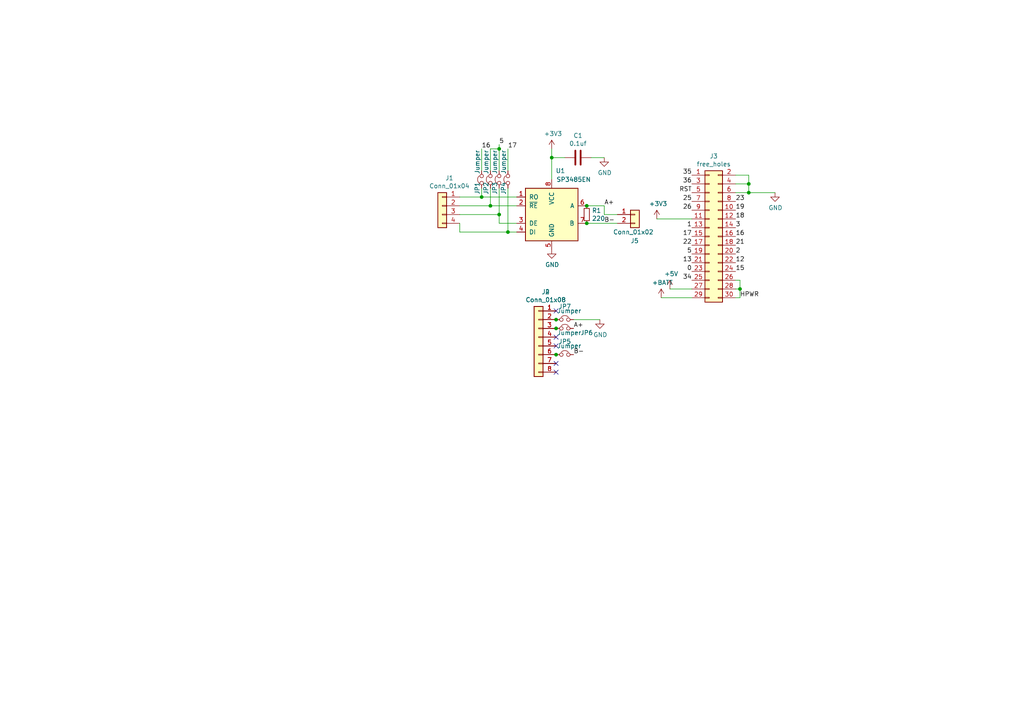
<source format=kicad_sch>
(kicad_sch (version 20230121) (generator eeschema)
  (paper "A4")
  (lib_symbols
    (symbol "Connector_Generic:Conn_01x02" (pin_names (offset 1.016) hide)
      (property "Reference" "J" (at 0 2.54 0))
      (property "Value" "Conn_01x02" (at 0 -5.08 0))
      (symbol "Conn_01x02_1_1"
        (rectangle (start -1.27 -2.413) (end 0 -2.667) (stroke (width 0.1524)))
        (rectangle (start -1.27 0.127) (end 0 -0.127) (stroke (width 0.1524)))
        (rectangle (start -1.27 1.27) (end 1.27 -3.81) (stroke (width 0.254)) (fill (type background)))
        (pin passive line (at -5.08 0 0) (length 3.81) (name "Pin_1") (number "1"))
        (pin passive line (at -5.08 -2.54 0) (length 3.81) (name "Pin_2") (number "2"))
      )
    )
    (symbol "Connector_Generic:Conn_01x04" (pin_names (offset 1.016) hide)
      (property "Reference" "J" (at 0 5.08 0))
      (property "Value" "Conn_01x04" (at 0 -7.62 0))
      (symbol "Conn_01x04_1_1"
        (rectangle (start -1.27 -4.953) (end 0 -5.207) (stroke (width 0.1524)))
        (rectangle (start -1.27 -2.413) (end 0 -2.667) (stroke (width 0.1524)))
        (rectangle (start -1.27 0.127) (end 0 -0.127) (stroke (width 0.1524)))
        (rectangle (start -1.27 2.667) (end 0 2.413) (stroke (width 0.1524)))
        (rectangle (start -1.27 3.81) (end 1.27 -6.35) (stroke (width 0.254)) (fill (type background)))
        (pin passive line (at -5.08 2.54 0) (length 3.81) (name "Pin_1") (number "1"))
        (pin passive line (at -5.08 0 0) (length 3.81) (name "Pin_2") (number "2"))
        (pin passive line (at -5.08 -2.54 0) (length 3.81) (name "Pin_3") (number "3"))
        (pin passive line (at -5.08 -5.08 0) (length 3.81) (name "Pin_4") (number "4"))
      )
    )
    (symbol "Connector_Generic:Conn_01x08" (pin_names (offset 1.016) hide)
      (property "Reference" "J" (at 0 10.16 0))
      (property "Value" "Conn_01x08" (at 0 -12.7 0))
      (symbol "Conn_01x08_1_1"
        (rectangle (start -1.27 -10.033) (end 0 -10.287) (stroke (width 0.1524)))
        (rectangle (start -1.27 -7.493) (end 0 -7.747) (stroke (width 0.1524)))
        (rectangle (start -1.27 -4.953) (end 0 -5.207) (stroke (width 0.1524)))
        (rectangle (start -1.27 -2.413) (end 0 -2.667) (stroke (width 0.1524)))
        (rectangle (start -1.27 0.127) (end 0 -0.127) (stroke (width 0.1524)))
        (rectangle (start -1.27 2.667) (end 0 2.413) (stroke (width 0.1524)))
        (rectangle (start -1.27 5.207) (end 0 4.953) (stroke (width 0.1524)))
        (rectangle (start -1.27 7.747) (end 0 7.493) (stroke (width 0.1524)))
        (rectangle (start -1.27 8.89) (end 1.27 -11.43) (stroke (width 0.254)) (fill (type background)))
        (pin passive line (at -5.08 7.62 0) (length 3.81) (name "Pin_1") (number "1"))
        (pin passive line (at -5.08 5.08 0) (length 3.81) (name "Pin_2") (number "2"))
        (pin passive line (at -5.08 2.54 0) (length 3.81) (name "Pin_3") (number "3"))
        (pin passive line (at -5.08 0 0) (length 3.81) (name "Pin_4") (number "4"))
        (pin passive line (at -5.08 -2.54 0) (length 3.81) (name "Pin_5") (number "5"))
        (pin passive line (at -5.08 -5.08 0) (length 3.81) (name "Pin_6") (number "6"))
        (pin passive line (at -5.08 -7.62 0) (length 3.81) (name "Pin_7") (number "7"))
        (pin passive line (at -5.08 -10.16 0) (length 3.81) (name "Pin_8") (number "8"))
      )
    )
    (symbol "Connector_Generic:Conn_02x15_Odd_Even" (pin_names (offset 1.016) hide)
      (property "Reference" "J" (at 1.27 20.32 0))
      (property "Value" "Conn_02x15_Odd_Even" (at 1.27 -20.32 0))
      (symbol "Conn_02x15_Odd_Even_1_1"
        (rectangle (start -1.27 -17.653) (end 0 -17.907) (stroke (width 0.1524)))
        (rectangle (start -1.27 -15.113) (end 0 -15.367) (stroke (width 0.1524)))
        (rectangle (start -1.27 -12.573) (end 0 -12.827) (stroke (width 0.1524)))
        (rectangle (start -1.27 -10.033) (end 0 -10.287) (stroke (width 0.1524)))
        (rectangle (start -1.27 -7.493) (end 0 -7.747) (stroke (width 0.1524)))
        (rectangle (start -1.27 -4.953) (end 0 -5.207) (stroke (width 0.1524)))
        (rectangle (start -1.27 -2.413) (end 0 -2.667) (stroke (width 0.1524)))
        (rectangle (start -1.27 0.127) (end 0 -0.127) (stroke (width 0.1524)))
        (rectangle (start -1.27 2.667) (end 0 2.413) (stroke (width 0.1524)))
        (rectangle (start -1.27 5.207) (end 0 4.953) (stroke (width 0.1524)))
        (rectangle (start -1.27 7.747) (end 0 7.493) (stroke (width 0.1524)))
        (rectangle (start -1.27 10.287) (end 0 10.033) (stroke (width 0.1524)))
        (rectangle (start -1.27 12.827) (end 0 12.573) (stroke (width 0.1524)))
        (rectangle (start -1.27 15.367) (end 0 15.113) (stroke (width 0.1524)))
        (rectangle (start -1.27 17.907) (end 0 17.653) (stroke (width 0.1524)))
        (rectangle (start -1.27 19.05) (end 3.81 -19.05) (stroke (width 0.254)) (fill (type background)))
        (rectangle (start 3.81 -17.653) (end 2.54 -17.907) (stroke (width 0.1524)))
        (rectangle (start 3.81 -15.113) (end 2.54 -15.367) (stroke (width 0.1524)))
        (rectangle (start 3.81 -12.573) (end 2.54 -12.827) (stroke (width 0.1524)))
        (rectangle (start 3.81 -10.033) (end 2.54 -10.287) (stroke (width 0.1524)))
        (rectangle (start 3.81 -7.493) (end 2.54 -7.747) (stroke (width 0.1524)))
        (rectangle (start 3.81 -4.953) (end 2.54 -5.207) (stroke (width 0.1524)))
        (rectangle (start 3.81 -2.413) (end 2.54 -2.667) (stroke (width 0.1524)))
        (rectangle (start 3.81 0.127) (end 2.54 -0.127) (stroke (width 0.1524)))
        (rectangle (start 3.81 2.667) (end 2.54 2.413) (stroke (width 0.1524)))
        (rectangle (start 3.81 5.207) (end 2.54 4.953) (stroke (width 0.1524)))
        (rectangle (start 3.81 7.747) (end 2.54 7.493) (stroke (width 0.1524)))
        (rectangle (start 3.81 10.287) (end 2.54 10.033) (stroke (width 0.1524)))
        (rectangle (start 3.81 12.827) (end 2.54 12.573) (stroke (width 0.1524)))
        (rectangle (start 3.81 15.367) (end 2.54 15.113) (stroke (width 0.1524)))
        (rectangle (start 3.81 17.907) (end 2.54 17.653) (stroke (width 0.1524)))
        (pin passive line (at -5.08 17.78 0) (length 3.81) (name "Pin_1") (number "1"))
        (pin passive line (at 7.62 7.62 180) (length 3.81) (name "Pin_10") (number "10"))
        (pin passive line (at -5.08 5.08 0) (length 3.81) (name "Pin_11") (number "11"))
        (pin passive line (at 7.62 5.08 180) (length 3.81) (name "Pin_12") (number "12"))
        (pin passive line (at -5.08 2.54 0) (length 3.81) (name "Pin_13") (number "13"))
        (pin passive line (at 7.62 2.54 180) (length 3.81) (name "Pin_14") (number "14"))
        (pin passive line (at -5.08 0 0) (length 3.81) (name "Pin_15") (number "15"))
        (pin passive line (at 7.62 0 180) (length 3.81) (name "Pin_16") (number "16"))
        (pin passive line (at -5.08 -2.54 0) (length 3.81) (name "Pin_17") (number "17"))
        (pin passive line (at 7.62 -2.54 180) (length 3.81) (name "Pin_18") (number "18"))
        (pin passive line (at -5.08 -5.08 0) (length 3.81) (name "Pin_19") (number "19"))
        (pin passive line (at 7.62 17.78 180) (length 3.81) (name "Pin_2") (number "2"))
        (pin passive line (at 7.62 -5.08 180) (length 3.81) (name "Pin_20") (number "20"))
        (pin passive line (at -5.08 -7.62 0) (length 3.81) (name "Pin_21") (number "21"))
        (pin passive line (at 7.62 -7.62 180) (length 3.81) (name "Pin_22") (number "22"))
        (pin passive line (at -5.08 -10.16 0) (length 3.81) (name "Pin_23") (number "23"))
        (pin passive line (at 7.62 -10.16 180) (length 3.81) (name "Pin_24") (number "24"))
        (pin passive line (at -5.08 -12.7 0) (length 3.81) (name "Pin_25") (number "25"))
        (pin passive line (at 7.62 -12.7 180) (length 3.81) (name "Pin_26") (number "26"))
        (pin passive line (at -5.08 -15.24 0) (length 3.81) (name "Pin_27") (number "27"))
        (pin passive line (at 7.62 -15.24 180) (length 3.81) (name "Pin_28") (number "28"))
        (pin passive line (at -5.08 -17.78 0) (length 3.81) (name "Pin_29") (number "29"))
        (pin passive line (at -5.08 15.24 0) (length 3.81) (name "Pin_3") (number "3"))
        (pin passive line (at 7.62 -17.78 180) (length 3.81) (name "Pin_30") (number "30"))
        (pin passive line (at 7.62 15.24 180) (length 3.81) (name "Pin_4") (number "4"))
        (pin passive line (at -5.08 12.7 0) (length 3.81) (name "Pin_5") (number "5"))
        (pin passive line (at 7.62 12.7 180) (length 3.81) (name "Pin_6") (number "6"))
        (pin passive line (at -5.08 10.16 0) (length 3.81) (name "Pin_7") (number "7"))
        (pin passive line (at 7.62 10.16 180) (length 3.81) (name "Pin_8") (number "8"))
        (pin passive line (at -5.08 7.62 0) (length 3.81) (name "Pin_9") (number "9"))
      )
    )
    (symbol "Device:C" (pin_numbers hide) (pin_names (offset 0.254))
      (property "Reference" "C" (at 0.635 2.54 0))
      (property "Value" "C" (at 0.635 -2.54 0))
      (symbol "C_0_1"
        (polyline (pts (xy -2.032 -0.762) (xy 2.032 -0.762)) (stroke (width 0.508)))
        (polyline (pts (xy -2.032 0.762) (xy 2.032 0.762)) (stroke (width 0.508)))
      )
      (symbol "C_1_1"
        (pin passive line (at 0 3.81 270) (length 2.794) (name "~") (number "1"))
        (pin passive line (at 0 -3.81 90) (length 2.794) (name "~") (number "2"))
      )
    )
    (symbol "Device:R_Small" (pin_numbers hide) (pin_names (offset 0.254) hide)
      (property "Reference" "R" (at 0.762 0.508 0))
      (property "Value" "R_Small" (at 0.762 -1.016 0))
      (symbol "R_Small_0_1"
        (rectangle (start -0.762 1.778) (end 0.762 -1.778) (stroke (width 0.2032)))
      )
      (symbol "R_Small_1_1"
        (pin passive line (at 0 2.54 270) (length 0.762) (name "~") (number "1"))
        (pin passive line (at 0 -2.54 90) (length 0.762) (name "~") (number "2"))
      )
    )
    (symbol "Interface_UART:SP3485EN" (pin_names (offset 1.016))
      (property "Reference" "U" (at -7.62 8.89 0))
      (property "Value" "SP3485EN" (at 2.54 8.89 0))
      (symbol "SP3485EN_0_1"
        (rectangle (start -7.62 7.62) (end 7.62 -7.62) (stroke (width 0.254)) (fill (type background)))
      )
      (symbol "SP3485EN_1_1"
        (pin output line (at -10.16 5.08 0) (length 2.54) (name "RO") (number "1"))
        (pin input line (at -10.16 2.54 0) (length 2.54) (name "~{RE}") (number "2"))
        (pin input line (at -10.16 -2.54 0) (length 2.54) (name "DE") (number "3"))
        (pin input line (at -10.16 -5.08 0) (length 2.54) (name "DI") (number "4"))
        (pin power_in line (at 0 -10.16 90) (length 2.54) (name "GND") (number "5"))
        (pin bidirectional line (at 10.16 2.54 180) (length 2.54) (name "A") (number "6"))
        (pin bidirectional line (at 10.16 -2.54 180) (length 2.54) (name "B") (number "7"))
        (pin power_in line (at 0 10.16 270) (length 2.54) (name "VCC") (number "8"))
      )
    )
    (symbol "dentureRS485-rescue:+3.3V-power" (power) (pin_names (offset 0))
      (property "Value" "+3.3V-power" (at 0 3.556 0))
      (symbol "+3.3V-power_0_1"
        (polyline (pts (xy -0.762 1.27) (xy 0 2.54)))
        (polyline (pts (xy 0 0) (xy 0 2.54)))
        (polyline (pts (xy 0 2.54) (xy 0.762 1.27)))
      )
      (symbol "+3.3V-power_1_1"
        (pin power_in line (at 0 0 90) (length 0) hide (name "+3V3") (number "1"))
      )
    )
    (symbol "dentureRS485-rescue:Jumper_NC_Small-Device-dentureRS485-rescue" (pin_numbers hide) (pin_names (offset 0.762) hide)
      (property "Reference" "JP" (at 0 2.032 0))
      (property "Value" "dentureRS485-rescue_Jumper_NC_Small-Device" (at 0.254 -1.524 0))
      (symbol "Jumper_NC_Small-Device-dentureRS485-rescue_0_1"
        (circle (center -1.016 0) (radius 0.508))
        (circle (center 1.016 0) (radius 0.508))
        (arc (start 1.016 0.762) (mid 0 1.1828) (end -1.016 0.762))
        (pin passive line (at -2.54 0 0) (length 1.016) (name "1") (number "1"))
        (pin passive line (at 2.54 0 180) (length 1.016) (name "2") (number "2"))
      )
    )
    (symbol "power:+5V" (power) (pin_names (offset 0))
      (property "Value" "+5V" (at 0 3.556 0))
      (symbol "+5V_0_1"
        (polyline (pts (xy -0.762 1.27) (xy 0 2.54)))
        (polyline (pts (xy 0 0) (xy 0 2.54)))
        (polyline (pts (xy 0 2.54) (xy 0.762 1.27)))
      )
      (symbol "+5V_1_1"
        (pin power_in line (at 0 0 90) (length 0) hide (name "+5V") (number "1"))
      )
    )
    (symbol "power:+BATT" (power) (pin_names (offset 0))
      (property "Value" "+BATT" (at 0 3.556 0))
      (symbol "+BATT_0_1"
        (polyline (pts (xy -0.762 1.27) (xy 0 2.54)))
        (polyline (pts (xy 0 0) (xy 0 2.54)))
        (polyline (pts (xy 0 2.54) (xy 0.762 1.27)))
      )
      (symbol "+BATT_1_1"
        (pin power_in line (at 0 0 90) (length 0) hide (name "+BATT") (number "1"))
      )
    )
    (symbol "power:GND" (power) (pin_names (offset 0))
      (property "Value" "GND" (at 0 -3.81 0))
      (symbol "GND_0_1"
        (polyline (pts (xy 0 0) (xy 0 -1.27) (xy 1.27 -1.27) (xy 0 -2.54) (xy -1.27 -1.27) (xy 0 -1.27)))
      )
      (symbol "GND_1_1"
        (pin power_in line (at 0 0 270) (length 0) hide (name "GND") (number "1"))
      )
    )
  )
  (junction (at 217.17 53.34))
  (junction (at 160.02 45.72))
  (junction (at 161.29 102.87))
  (junction (at 217.17 55.88))
  (junction (at 147.32 67.31))
  (junction (at 170.18 64.77))
  (junction (at 144.78 43.18))
  (junction (at 144.78 62.23))
  (junction (at 139.7 57.15))
  (junction (at 142.24 59.69))
  (junction (at 170.18 59.69))
  (junction (at 214.63 83.82))
  (junction (at 161.29 92.71))
  (junction (at 161.29 95.25))
  (no_connect (at 161.29 100.33))
  (no_connect (at 161.29 105.41))
  (no_connect (at 161.29 107.95))
  (no_connect (at 161.29 90.17))
  (no_connect (at 161.29 97.79))
  (wire (pts (xy 147.32 54.61) (xy 147.32 67.31)))
  (wire (pts (xy 213.36 86.36) (xy 214.63 86.36)))
  (wire (pts (xy 160.02 45.72) (xy 160.02 52.07)))
  (wire (pts (xy 217.17 50.8) (xy 217.17 53.34)))
  (wire (pts (xy 142.24 59.69) (xy 149.86 59.69)))
  (wire (pts (xy 175.26 59.69) (xy 170.18 59.69)))
  (wire (pts (xy 213.36 83.82) (xy 214.63 83.82)))
  (wire (pts (xy 144.78 43.18) (xy 144.78 49.53)))
  (wire (pts (xy 139.7 43.18) (xy 139.7 49.53)))
  (wire (pts (xy 200.66 83.82) (xy 194.31 83.82)))
  (wire (pts (xy 173.99 92.71) (xy 166.37 92.71)))
  (wire (pts (xy 133.35 57.15) (xy 139.7 57.15)))
  (wire (pts (xy 213.36 55.88) (xy 217.17 55.88)))
  (wire (pts (xy 142.24 49.53) (xy 142.24 43.18)))
  (wire (pts (xy 175.26 45.72) (xy 171.45 45.72)))
  (wire (pts (xy 144.78 64.77) (xy 144.78 62.23)))
  (wire (pts (xy 217.17 53.34) (xy 217.17 55.88)))
  (wire (pts (xy 142.24 59.69) (xy 142.24 54.61)))
  (wire (pts (xy 147.32 49.53) (xy 147.32 43.18)))
  (wire (pts (xy 213.36 50.8) (xy 217.17 50.8)))
  (wire (pts (xy 214.63 86.36) (xy 214.63 83.82)))
  (wire (pts (xy 217.17 55.88) (xy 224.79 55.88)))
  (wire (pts (xy 149.86 64.77) (xy 144.78 64.77)))
  (wire (pts (xy 147.32 67.31) (xy 133.35 67.31)))
  (wire (pts (xy 144.78 62.23) (xy 144.78 54.61)))
  (wire (pts (xy 144.78 41.91) (xy 144.78 43.18)))
  (wire (pts (xy 142.24 43.18) (xy 144.78 43.18)))
  (wire (pts (xy 191.77 86.36) (xy 200.66 86.36)))
  (wire (pts (xy 149.86 67.31) (xy 147.32 67.31)))
  (wire (pts (xy 139.7 57.15) (xy 149.86 57.15)))
  (wire (pts (xy 163.83 45.72) (xy 160.02 45.72)))
  (wire (pts (xy 170.18 64.77) (xy 179.07 64.77)))
  (wire (pts (xy 139.7 54.61) (xy 139.7 57.15)))
  (wire (pts (xy 175.26 59.69) (xy 175.26 62.23)))
  (wire (pts (xy 144.78 62.23) (xy 133.35 62.23)))
  (wire (pts (xy 213.36 53.34) (xy 217.17 53.34)))
  (wire (pts (xy 133.35 59.69) (xy 142.24 59.69)))
  (wire (pts (xy 200.66 63.5) (xy 190.5 63.5)))
  (wire (pts (xy 214.63 83.82) (xy 214.63 81.28)))
  (wire (pts (xy 214.63 81.28) (xy 213.36 81.28)))
  (wire (pts (xy 133.35 67.31) (xy 133.35 64.77)))
  (wire (pts (xy 175.26 62.23) (xy 179.07 62.23)))
  (wire (pts (xy 160.02 43.18) (xy 160.02 45.72)))
  (label "12" (at 213.36 76.2 0))
  (label "HPWR" (at 214.63 86.36 0))
  (label "A+" (at 175.26 59.69 0))
  (label "36" (at 200.66 53.34 180))
  (label "5" (at 200.66 73.66 180))
  (label "21" (at 213.36 71.12 0))
  (label "16" (at 139.7 43.18 0))
  (label "13" (at 200.66 76.2 180))
  (label "5" (at 144.78 41.91 0))
  (label "16" (at 213.36 68.58 0))
  (label "0" (at 200.66 78.74 180))
  (label "A+" (at 166.37 95.25 0))
  (label "B-" (at 175.26 64.77 0))
  (label "26" (at 200.66 60.96 180))
  (label "2" (at 213.36 73.66 0))
  (label "35" (at 200.66 50.8 180))
  (label "18" (at 213.36 63.5 0))
  (label "19" (at 213.36 60.96 0))
  (label "25" (at 200.66 58.42 180))
  (label "B-" (at 166.37 102.87 0))
  (label "15" (at 213.36 78.74 0))
  (label "1" (at 200.66 66.04 180))
  (label "3" (at 213.36 66.04 0))
  (label "34" (at 200.66 81.28 180))
  (label "22" (at 200.66 71.12 180))
  (label "17" (at 200.66 68.58 180))
  (label "17" (at 147.32 43.18 0))
  (label "23" (at 213.36 58.42 0))
  (label "RST" (at 200.66 55.88 180))
  (symbol (lib_id "power:+5V") (at 194.31 83.82 0) (unit 1)
    (property "Reference" "#PWR0105" (effects hide))
    (property "Value" "+5V" (at 194.691 79.4258 0))
  )
  (symbol (lib_id "power:+BATT") (at 191.77 86.36 0) (unit 1)
    (property "Reference" "#PWR0106" (effects hide))
    (property "Value" "+BATT" (at 192.151 81.9658 0))
  )
  (symbol (lib_id "power:GND") (at 224.79 55.88 0) (unit 1)
    (property "Reference" "#PWR0109" (effects hide))
    (property "Value" "GND" (at 224.917 60.2742 0))
  )
  (symbol (lib_id "dentureRS485-rescue:+3.3V-power") (at 190.5 63.5 0) (unit 1)
    (property "Reference" "#PWR0113" (effects hide))
    (property "Value" "+3.3V" (at 190.881 59.1058 0))
  )
  (symbol (lib_id "Connector_Generic:Conn_02x15_Odd_Even") (at 205.74 68.58 0) (unit 1)
    (property "Reference" "J3" (at 207.01 45.2882 0))
    (property "Value" "free_holes" (at 207.01 47.5996 0))
    (property "Footprint" "footprints:Pads_1x30_P1.27mm_Vertical" (effects hide))
  )
  (symbol (lib_id "Device:R_Small") (at 170.18 62.23 0) (unit 1)
    (property "Reference" "R1" (at 171.6786 61.0616 0) (effects (justify left)))
    (property "Value" "220" (at 171.6786 63.373 0) (effects (justify left)))
    (property "Footprint" "Resistor_SMD:R_0603_1608Metric" (effects hide))
  )
  (symbol (lib_id "Interface_UART:SP3485EN") (at 160.02 62.23 0) (unit 1)
    (property "Reference" "U1" (at 162.56 49.53 0))
    (property "Value" "SP3485EN" (at 166.37 52.07 0))
    (property "Footprint" "Package_SO:SOIC-8_3.9x4.9mm_P1.27mm" (effects hide))
    (property "Datasheet" "http://www.icbase.com/pdf/SPX/SPX00480106.pdf" (effects hide))
  )
  (symbol (lib_id "Device:C") (at 167.64 45.72 270) (unit 1)
    (property "Reference" "C1" (at 167.64 39.3192 90))
    (property "Value" "0.1uf" (at 167.64 41.6306 90))
    (property "Footprint" "Capacitor_SMD:C_0603_1608Metric" (effects hide))
  )
  (symbol (lib_id "Connector_Generic:Conn_01x08") (at 156.21 97.79 0) (mirror y) (unit 1)
    (property "Reference" "J2" (at 158.2928 84.6582 0))
    (property "Value" "Conn_01x08" (at 158.2928 86.9696 0))
    (property "Footprint" "Connector_PinHeader_1.27mm:PinHeader_1x08_P1.27mm_Vertical" (effects hide))
  )
  (symbol (lib_id "power:GND") (at 160.02 72.39 0) (unit 1)
    (property "Reference" "#PWR0101" (effects hide))
    (property "Value" "GND" (at 160.147 76.7842 0))
  )
  (symbol (lib_id "power:GND") (at 175.26 45.72 0) (unit 1)
    (property "Reference" "#PWR0104" (effects hide))
    (property "Value" "GND" (at 175.387 50.1142 0))
  )
  (symbol (lib_id "Connector_Generic:Conn_01x02") (at 184.15 62.23 0) (unit 1)
    (property "Reference" "J5" (at 182.88 69.85 0) (effects (justify left)))
    (property "Value" "Conn_01x02" (at 177.8 67.31 0) (effects (justify left)))
    (property "Footprint" "Connector_PinHeader_1.27mm:PinHeader_1x02_P1.27mm_Vertical" (effects hide))
  )
  (symbol (lib_id "dentureRS485-rescue:+3.3V-power") (at 160.02 43.18 0) (unit 1)
    (property "Reference" "#PWR0102" (effects hide))
    (property "Value" "+3.3V" (at 160.401 38.7858 0))
  )
  (symbol (lib_id "Connector_Generic:Conn_01x08") (at 156.21 97.79 0) (mirror y) (unit 1)
    (property "Reference" "J4" (at 158.2928 84.6582 0))
    (property "Value" "Conn_01x08" (at 158.2928 86.9696 0))
    (property "Footprint" "my-kicad-footprints:LAN_RJ45_Neltron_Industrial_7810-8P8C" (effects hide))
  )
  (symbol (lib_id "dentureRS485-rescue:Jumper_NC_Small-Device-dentureRS485-rescue") (at 163.83 95.25 0) (unit 1)
    (property "Reference" "JP6" (at 170.18 96.52 0))
    (property "Value" "Jumper" (at 165.1 96.52 0))
    (property "Footprint" "Jumper:SolderJumper-2_P1.3mm_Bridged_RoundedPad1.0x1.5mm" (effects hide))
  )
  (symbol (lib_id "dentureRS485-rescue:Jumper_NC_Small-Device-dentureRS485-rescue") (at 163.83 92.71 0) (unit 1)
    (property "Reference" "JP7" (at 163.83 88.9 0))
    (property "Value" "Jumper" (at 165.1 90.17 0))
    (property "Footprint" "Jumper:SolderJumper-2_P1.3mm_Bridged_RoundedPad1.0x1.5mm" (effects hide))
  )
  (symbol (lib_id "dentureRS485-rescue:Jumper_NC_Small-Device-dentureRS485-rescue") (at 163.83 102.87 0) (unit 1)
    (property "Reference" "JP5" (at 163.83 99.06 0))
    (property "Value" "Jumper" (at 165.1 100.33 0))
    (property "Footprint" "Jumper:SolderJumper-2_P1.3mm_Bridged_RoundedPad1.0x1.5mm" (effects hide))
  )
  (symbol (lib_id "dentureRS485-rescue:Jumper_NC_Small-Device-dentureRS485-rescue") (at 147.32 52.07 90) (unit 1)
    (property "Reference" "JP4" (at 146.05 54.61 0))
    (property "Value" "Jumper" (at 146.05 46.99 0))
    (property "Footprint" "Jumper:SolderJumper-2_P1.3mm_Bridged_RoundedPad1.0x1.5mm" (effects hide))
  )
  (symbol (lib_id "power:GND") (at 173.99 92.71 0) (unit 1)
    (property "Reference" "#PWR0103" (effects hide))
    (property "Value" "GND" (at 174.117 97.1042 0))
  )
  (symbol (lib_id "Connector_Generic:Conn_01x04") (at 128.27 59.69 0) (mirror y) (unit 1)
    (property "Reference" "J1" (at 130.3528 51.6382 0))
    (property "Value" "Conn_01x04" (at 130.3528 53.9496 0))
    (property "Footprint" "Connector_PinHeader_1.27mm:PinHeader_1x04_P1.27mm_Vertical" (effects hide))
  )
  (symbol (lib_id "dentureRS485-rescue:Jumper_NC_Small-Device-dentureRS485-rescue") (at 144.78 52.07 90) (unit 1)
    (property "Reference" "JP3" (at 143.51 54.61 0))
    (property "Value" "Jumper" (at 143.51 46.99 0))
    (property "Footprint" "Jumper:SolderJumper-2_P1.3mm_Bridged_RoundedPad1.0x1.5mm" (effects hide))
  )
  (symbol (lib_id "dentureRS485-rescue:Jumper_NC_Small-Device-dentureRS485-rescue") (at 142.24 52.07 90) (unit 1)
    (property "Reference" "JP2" (at 140.97 54.61 0))
    (property "Value" "Jumper" (at 140.97 46.99 0))
    (property "Footprint" "Jumper:SolderJumper-2_P1.3mm_Bridged_RoundedPad1.0x1.5mm" (effects hide))
  )
  (symbol (lib_id "dentureRS485-rescue:Jumper_NC_Small-Device-dentureRS485-rescue") (at 139.7 52.07 90) (unit 1)
    (property "Reference" "JP1" (at 138.43 54.61 0))
    (property "Value" "Jumper" (at 138.43 46.99 0))
    (property "Footprint" "Jumper:SolderJumper-2_P1.3mm_Bridged_RoundedPad1.0x1.5mm" (effects hide))
  )
)
</source>
